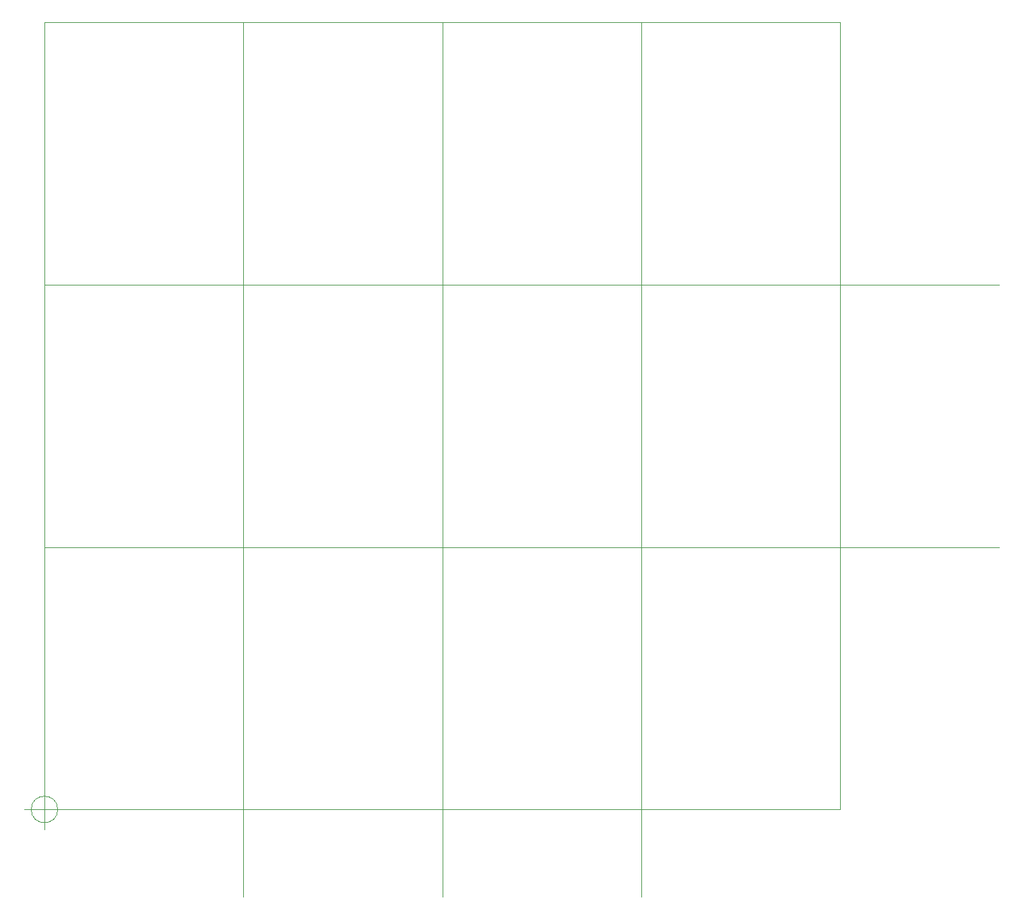
<source format=gm1>
G04 #@! TF.GenerationSoftware,KiCad,Pcbnew,(5.1.5)-3*
G04 #@! TF.CreationDate,2021-03-23T18:23:01+09:00*
G04 #@! TF.ProjectId,DSub15TestPoint(3x4),44537562-3135-4546-9573-74506f696e74,rev?*
G04 #@! TF.SameCoordinates,Original*
G04 #@! TF.FileFunction,Profile,NP*
%FSLAX46Y46*%
G04 Gerber Fmt 4.6, Leading zero omitted, Abs format (unit mm)*
G04 Created by KiCad (PCBNEW (5.1.5)-3) date 2021-03-23 18:23:01*
%MOMM*%
%LPD*%
G04 APERTURE LIST*
%ADD10C,0.050000*%
G04 APERTURE END LIST*
D10*
X31666666Y-129000000D02*
G75*
G03X31666666Y-129000000I-1666666J0D01*
G01*
X27500000Y-129000000D02*
X32500000Y-129000000D01*
X30000000Y-126500000D02*
X30000000Y-131500000D01*
X55000000Y-30000000D02*
X55000000Y-140000000D01*
X80000000Y-30000000D02*
X80000000Y-140000000D01*
X105000000Y-30000000D02*
X105000000Y-140000000D01*
X30000000Y-96000000D02*
X150000000Y-96000000D01*
X30000000Y-63000000D02*
X150000000Y-63000000D01*
X130000000Y-30000000D02*
X30000000Y-30000000D01*
X130000000Y-129000000D02*
X130000000Y-30000000D01*
X30000000Y-129000000D02*
X130000000Y-129000000D01*
X30000000Y-30000000D02*
X30000000Y-129000000D01*
M02*

</source>
